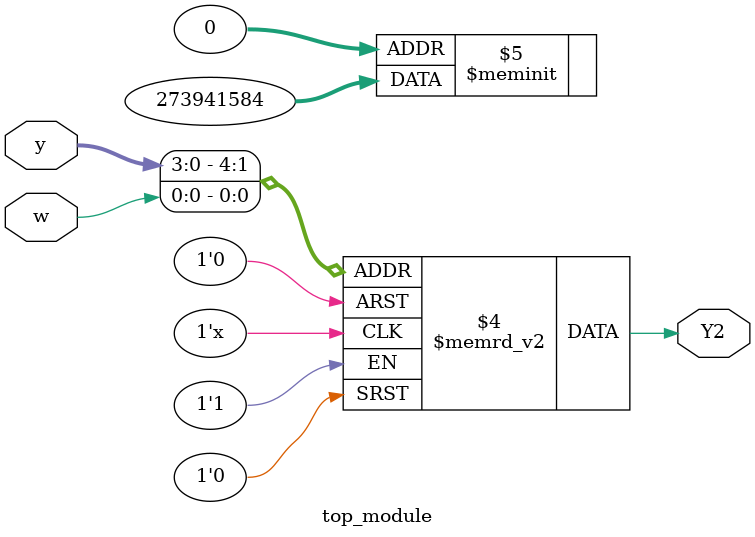
<source format=sv>
module top_module(
	input [3:0] y,
	input w,
	output reg Y2);

	always @(*) begin
		case ({y, w}) // Combine y and w into a 5-bit input
			5'b00000, 5'b00001, 
			5'b01000, 5'b01100, 5'b01110, 5'b10000, 
			5'b11000: Y2 = 0;
			
			5'b00100, 5'b00110, 5'b01010, 
			5'b10010, 5'b10100, 5'b10110, 
			5'b11100: Y2 = 1;
			
			default : Y2 = 0;
		endcase
	end
	
endmodule

</source>
